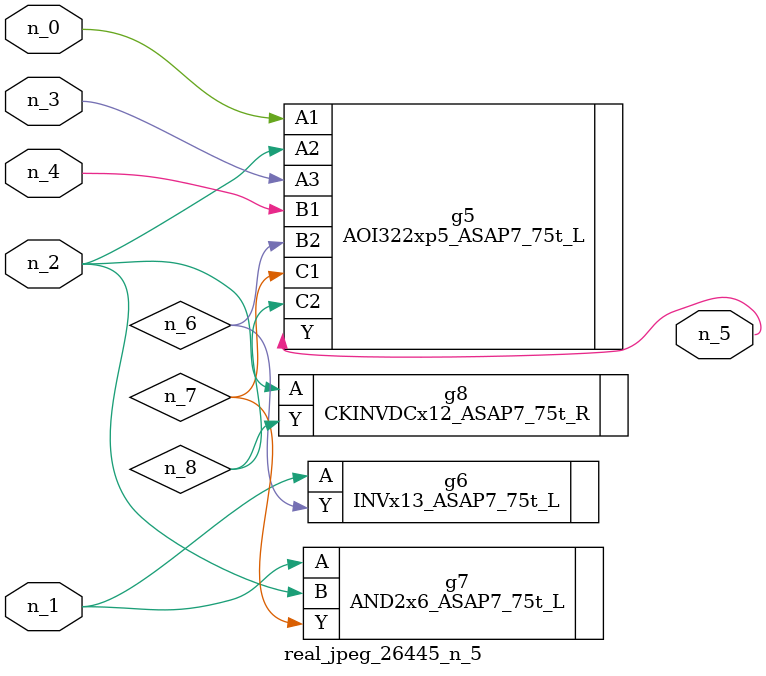
<source format=v>
module real_jpeg_26445_n_5 (n_4, n_0, n_1, n_2, n_3, n_5);

input n_4;
input n_0;
input n_1;
input n_2;
input n_3;

output n_5;

wire n_8;
wire n_6;
wire n_7;

AOI322xp5_ASAP7_75t_L g5 ( 
.A1(n_0),
.A2(n_2),
.A3(n_3),
.B1(n_4),
.B2(n_6),
.C1(n_7),
.C2(n_8),
.Y(n_5)
);

INVx13_ASAP7_75t_L g6 ( 
.A(n_1),
.Y(n_6)
);

AND2x6_ASAP7_75t_L g7 ( 
.A(n_1),
.B(n_2),
.Y(n_7)
);

CKINVDCx12_ASAP7_75t_R g8 ( 
.A(n_2),
.Y(n_8)
);


endmodule
</source>
